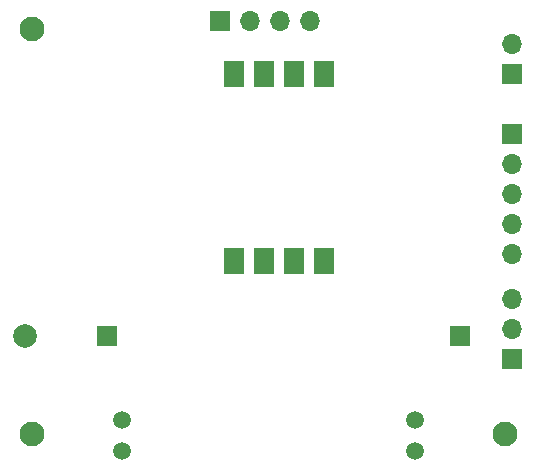
<source format=gbs>
G04 #@! TF.GenerationSoftware,KiCad,Pcbnew,(6.0.0-0)*
G04 #@! TF.CreationDate,2022-02-18T10:32:57-06:00*
G04 #@! TF.ProjectId,PhysarumV1,50687973-6172-4756-9d56-312e6b696361,rev?*
G04 #@! TF.SameCoordinates,Original*
G04 #@! TF.FileFunction,Soldermask,Bot*
G04 #@! TF.FilePolarity,Negative*
%FSLAX46Y46*%
G04 Gerber Fmt 4.6, Leading zero omitted, Abs format (unit mm)*
G04 Created by KiCad (PCBNEW (6.0.0-0)) date 2022-02-18 10:32:57*
%MOMM*%
%LPD*%
G01*
G04 APERTURE LIST*
%ADD10R,1.700000X2.200000*%
%ADD11R,1.700000X1.700000*%
%ADD12O,1.700000X1.700000*%
%ADD13C,1.500000*%
%ADD14C,2.100000*%
%ADD15C,2.000000*%
G04 APERTURE END LIST*
D10*
X27295000Y-12700000D03*
X24755000Y-12700000D03*
X22215000Y-12700000D03*
X19675000Y-12700000D03*
D11*
X43180000Y-12705000D03*
D12*
X43180000Y-10165000D03*
D13*
X10160000Y-44630000D03*
X10160000Y-42030000D03*
D14*
X2540000Y-8890000D03*
D11*
X38735000Y-34925000D03*
D13*
X34925000Y-42030000D03*
X34925000Y-44630000D03*
D11*
X43180000Y-17780000D03*
D12*
X43180000Y-20320000D03*
X43180000Y-22860000D03*
X43180000Y-25400000D03*
X43180000Y-27940000D03*
D11*
X8890000Y-34925000D03*
D14*
X42545000Y-43180000D03*
D11*
X18425000Y-8255000D03*
D12*
X20965000Y-8255000D03*
X23505000Y-8255000D03*
X26045000Y-8255000D03*
D11*
X43180000Y-36815000D03*
D12*
X43180000Y-34275000D03*
X43180000Y-31735000D03*
D14*
X2540000Y-43180000D03*
D15*
X1905000Y-34925000D03*
D10*
X27295000Y-28575000D03*
X24755000Y-28575000D03*
X22215000Y-28575000D03*
X19675000Y-28575000D03*
M02*

</source>
